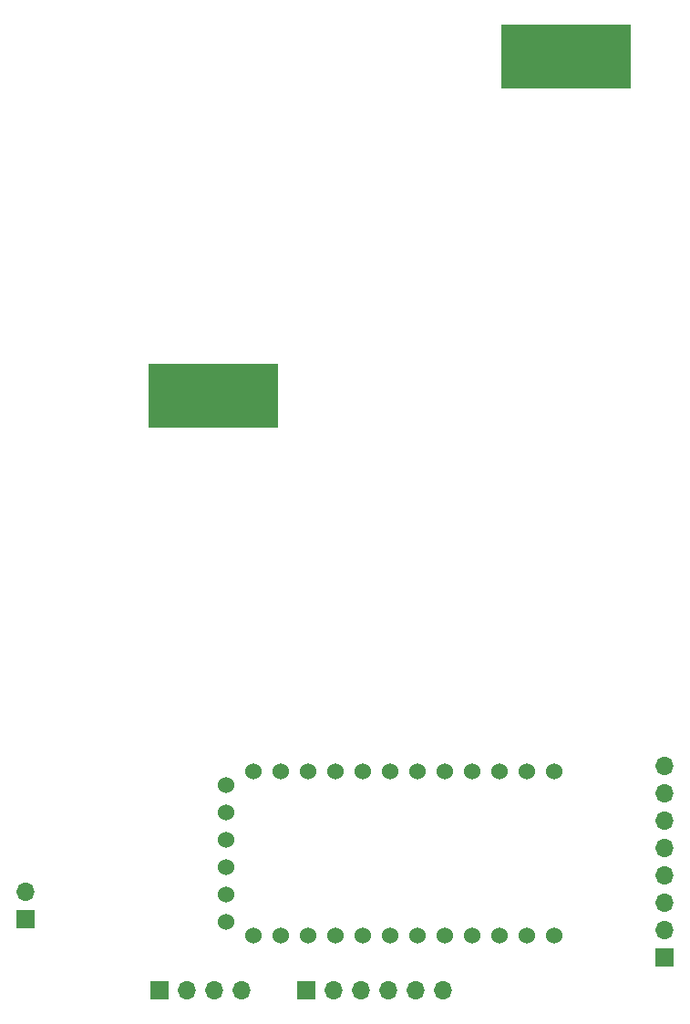
<source format=gbr>
%TF.GenerationSoftware,KiCad,Pcbnew,5.1.10-88a1d61d58~90~ubuntu20.04.1*%
%TF.CreationDate,2022-02-26T14:12:45+09:30*%
%TF.ProjectId,SWRBridge,53575242-7269-4646-9765-2e6b69636164,rev?*%
%TF.SameCoordinates,Original*%
%TF.FileFunction,Soldermask,Bot*%
%TF.FilePolarity,Negative*%
%FSLAX46Y46*%
G04 Gerber Fmt 4.6, Leading zero omitted, Abs format (unit mm)*
G04 Created by KiCad (PCBNEW 5.1.10-88a1d61d58~90~ubuntu20.04.1) date 2022-02-26 14:12:45*
%MOMM*%
%LPD*%
G01*
G04 APERTURE LIST*
%ADD10R,1.700000X1.700000*%
%ADD11O,1.700000X1.700000*%
%ADD12R,12.000000X6.000000*%
%ADD13C,1.524000*%
G04 APERTURE END LIST*
D10*
%TO.C,J1*%
X98171000Y-141033500D03*
D11*
X98171000Y-138493500D03*
%TD*%
D10*
%TO.C,J4*%
X157543500Y-144589500D03*
D11*
X157543500Y-142049500D03*
X157543500Y-139509500D03*
X157543500Y-136969500D03*
X157543500Y-134429500D03*
X157543500Y-131889500D03*
X157543500Y-129349500D03*
X157543500Y-126809500D03*
%TD*%
D10*
%TO.C,J5*%
X124206000Y-147637500D03*
D11*
X126746000Y-147637500D03*
X129286000Y-147637500D03*
X131826000Y-147637500D03*
X134366000Y-147637500D03*
X136906000Y-147637500D03*
%TD*%
D10*
%TO.C,J6*%
X110617000Y-147637500D03*
D11*
X113157000Y-147637500D03*
X115697000Y-147637500D03*
X118237000Y-147637500D03*
%TD*%
D12*
%TO.C,T1*%
X148399500Y-60896500D03*
%TD*%
%TO.C,T2*%
X115570000Y-92456000D03*
%TD*%
D13*
%TO.C,U4*%
X119316500Y-142557500D03*
X121856500Y-142557500D03*
X124396500Y-142557500D03*
X126936500Y-142557500D03*
X129476500Y-142557500D03*
X132016500Y-142557500D03*
X134556500Y-142557500D03*
X137096500Y-142557500D03*
X139636500Y-142557500D03*
X142176500Y-142557500D03*
X142176500Y-127317500D03*
X139636500Y-127317500D03*
X137096500Y-127317500D03*
X134556500Y-127317500D03*
X132016500Y-127317500D03*
X129476500Y-127317500D03*
X126936500Y-127317500D03*
X124396500Y-127317500D03*
X121856500Y-127317500D03*
X119316500Y-127317500D03*
X116776500Y-128587500D03*
X116776500Y-131127500D03*
X116776500Y-133667500D03*
X116776500Y-136207500D03*
X116776500Y-138747500D03*
X116776500Y-141287500D03*
X144716500Y-142557500D03*
X147256500Y-142557500D03*
X147256500Y-127317500D03*
X144716500Y-127317500D03*
%TD*%
M02*

</source>
